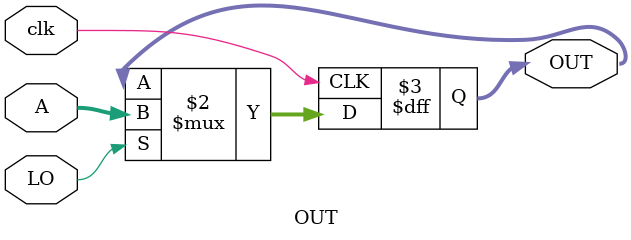
<source format=v>
`timescale 1ns / 1ps
module OUT (input [7:0] A,input LO, clk, output reg [7:0] OUT );
always @(posedge clk)
OUT=LO?A:OUT;
endmodule
</source>
